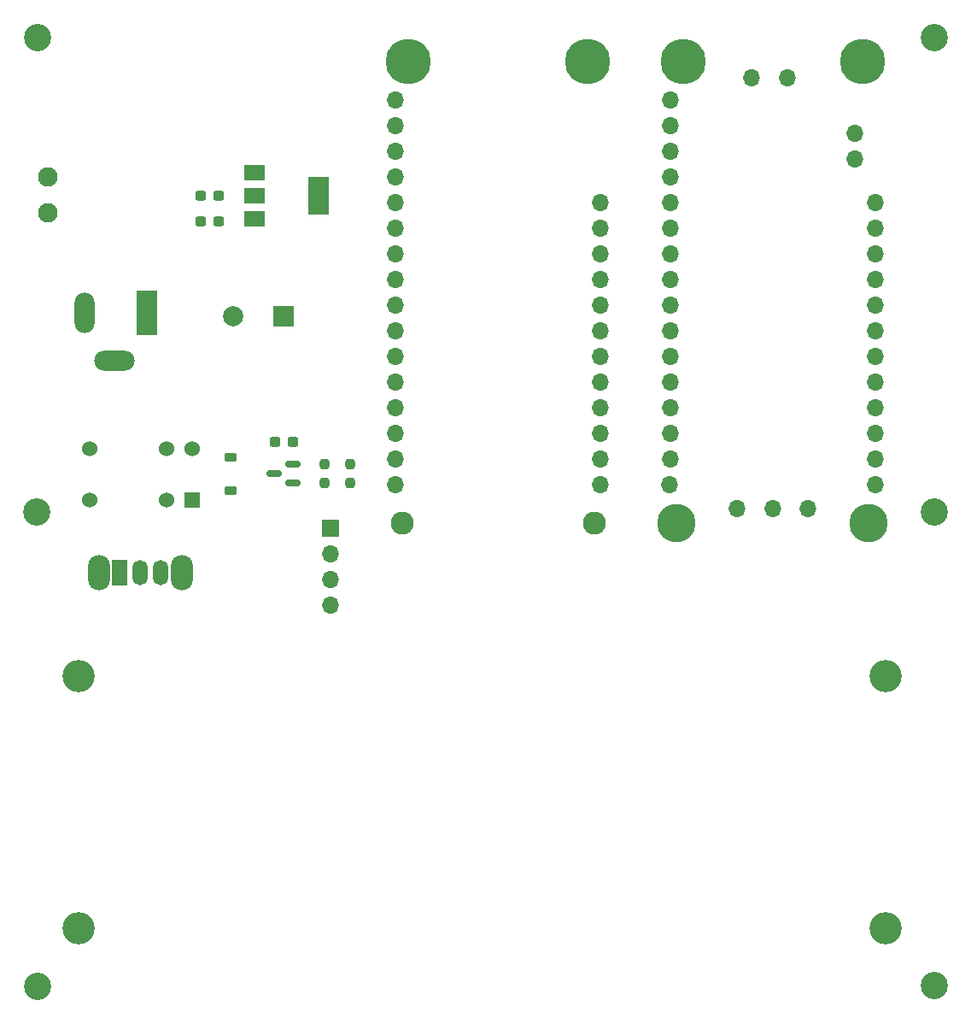
<source format=gts>
G04 #@! TF.GenerationSoftware,KiCad,Pcbnew,7.0.1*
G04 #@! TF.CreationDate,2023-05-15T21:33:36-05:00*
G04 #@! TF.ProjectId,MiniSSO-Tester,4d696e69-5353-44f2-9d54-65737465722e,1*
G04 #@! TF.SameCoordinates,Original*
G04 #@! TF.FileFunction,Soldermask,Top*
G04 #@! TF.FilePolarity,Negative*
%FSLAX46Y46*%
G04 Gerber Fmt 4.6, Leading zero omitted, Abs format (unit mm)*
G04 Created by KiCad (PCBNEW 7.0.1) date 2023-05-15 21:33:36*
%MOMM*%
%LPD*%
G01*
G04 APERTURE LIST*
G04 Aperture macros list*
%AMRoundRect*
0 Rectangle with rounded corners*
0 $1 Rounding radius*
0 $2 $3 $4 $5 $6 $7 $8 $9 X,Y pos of 4 corners*
0 Add a 4 corners polygon primitive as box body*
4,1,4,$2,$3,$4,$5,$6,$7,$8,$9,$2,$3,0*
0 Add four circle primitives for the rounded corners*
1,1,$1+$1,$2,$3*
1,1,$1+$1,$4,$5*
1,1,$1+$1,$6,$7*
1,1,$1+$1,$8,$9*
0 Add four rect primitives between the rounded corners*
20,1,$1+$1,$2,$3,$4,$5,0*
20,1,$1+$1,$4,$5,$6,$7,0*
20,1,$1+$1,$6,$7,$8,$9,0*
20,1,$1+$1,$8,$9,$2,$3,0*%
G04 Aperture macros list end*
%ADD10C,3.200000*%
%ADD11R,1.700000X1.700000*%
%ADD12O,1.700000X1.700000*%
%ADD13RoundRect,0.237500X0.300000X0.237500X-0.300000X0.237500X-0.300000X-0.237500X0.300000X-0.237500X0*%
%ADD14C,2.700000*%
%ADD15RoundRect,0.237500X-0.300000X-0.237500X0.300000X-0.237500X0.300000X0.237500X-0.300000X0.237500X0*%
%ADD16RoundRect,0.237500X-0.237500X0.250000X-0.237500X-0.250000X0.237500X-0.250000X0.237500X0.250000X0*%
%ADD17RoundRect,0.225000X0.375000X-0.225000X0.375000X0.225000X-0.375000X0.225000X-0.375000X-0.225000X0*%
%ADD18C,1.950000*%
%ADD19R,1.524000X1.524000*%
%ADD20C,1.524000*%
%ADD21O,2.200000X3.500000*%
%ADD22R,1.500000X2.500000*%
%ADD23O,1.500000X2.500000*%
%ADD24R,2.000000X1.500000*%
%ADD25R,2.000000X3.800000*%
%ADD26R,2.000000X2.000000*%
%ADD27C,2.000000*%
%ADD28C,2.286000*%
%ADD29C,4.500000*%
%ADD30RoundRect,0.150000X0.587500X0.150000X-0.587500X0.150000X-0.587500X-0.150000X0.587500X-0.150000X0*%
%ADD31C,3.810000*%
%ADD32R,2.000000X4.500000*%
%ADD33O,2.000000X4.000000*%
%ADD34O,4.000000X2.000000*%
%ADD35RoundRect,0.237500X0.237500X-0.250000X0.237500X0.250000X-0.237500X0.250000X-0.237500X-0.250000X0*%
G04 APERTURE END LIST*
D10*
X59850000Y-126050000D03*
X59850000Y-151050000D03*
X139850000Y-126050000D03*
X139850000Y-151050000D03*
D11*
X84800000Y-111430000D03*
D12*
X84800000Y-113970000D03*
X84800000Y-116510000D03*
X84800000Y-119050000D03*
D13*
X73692500Y-81040000D03*
X71967500Y-81040000D03*
D14*
X55750000Y-62800000D03*
D15*
X79337500Y-102900000D03*
X81062500Y-102900000D03*
D16*
X86790000Y-105100000D03*
X86790000Y-106925000D03*
D14*
X55700000Y-109800000D03*
D17*
X74915000Y-107695000D03*
X74915000Y-104395000D03*
D14*
X55750000Y-156750000D03*
X144700000Y-62800000D03*
D18*
X56800000Y-80150000D03*
X56800000Y-76650000D03*
D19*
X71105000Y-108585000D03*
D20*
X71105000Y-103505000D03*
X68565000Y-108585000D03*
X68565000Y-103505000D03*
X60945000Y-108585000D03*
X60945000Y-103505000D03*
D21*
X61850000Y-115850000D03*
X70050000Y-115850000D03*
D22*
X63950000Y-115850000D03*
D23*
X65950000Y-115850000D03*
X67950000Y-115850000D03*
D24*
X77300000Y-76200000D03*
X77300000Y-78500000D03*
D25*
X83600000Y-78500000D03*
D24*
X77300000Y-80800000D03*
D26*
X80200000Y-90450000D03*
D27*
X75200000Y-90450000D03*
D28*
X110993000Y-110922200D03*
X91943000Y-110922200D03*
D12*
X91290800Y-69000000D03*
X91290800Y-71540000D03*
X91290800Y-74080000D03*
X91290800Y-76620000D03*
X91290800Y-79160000D03*
X91290800Y-81700000D03*
X91290800Y-84240000D03*
X91290800Y-86780000D03*
X91290800Y-89320000D03*
X91290800Y-91860000D03*
X91290800Y-94400000D03*
X91290800Y-96940000D03*
X91290800Y-99480000D03*
X91290800Y-102020000D03*
X91290800Y-104560000D03*
X91265400Y-107100000D03*
X111610800Y-107100000D03*
X111610800Y-104560000D03*
X111610800Y-102020000D03*
X111610800Y-99480000D03*
X111610800Y-96940000D03*
X111610800Y-94400000D03*
X111610800Y-91860000D03*
X111610800Y-89320000D03*
X111610800Y-86780000D03*
X111610800Y-84240000D03*
X111610800Y-81700000D03*
X111610800Y-79160000D03*
D29*
X92543000Y-65172200D03*
X110343000Y-65172200D03*
D30*
X81100000Y-106950000D03*
X81100000Y-105050000D03*
X79225000Y-106000000D03*
D12*
X118490800Y-69000000D03*
X118490800Y-71540000D03*
X118490800Y-74080000D03*
X118490800Y-76620000D03*
X118490800Y-79160000D03*
X118490800Y-81700000D03*
X118490800Y-84240000D03*
X118490800Y-86780000D03*
X118490800Y-89320000D03*
X118490800Y-91860000D03*
X118490800Y-94400000D03*
X118490800Y-96940000D03*
X118490800Y-99480000D03*
X118490800Y-102020000D03*
X118490800Y-104560000D03*
X118465400Y-107100000D03*
X138810800Y-107100000D03*
X138810800Y-104560000D03*
X138810800Y-102020000D03*
X138810800Y-99480000D03*
X138810800Y-96940000D03*
X138810800Y-94400000D03*
X138810800Y-91860000D03*
X138810800Y-89320000D03*
X138810800Y-86780000D03*
X138810800Y-84240000D03*
X138810800Y-81700000D03*
X138810800Y-79160000D03*
X136795200Y-74847600D03*
X136795200Y-72307600D03*
X130105200Y-66767600D03*
X126605200Y-66767600D03*
X125145200Y-109497600D03*
X128645200Y-109497600D03*
X132145200Y-109497600D03*
D29*
X119760800Y-65190000D03*
X137540800Y-65190000D03*
D31*
X119125800Y-110910000D03*
X138175800Y-110910000D03*
D14*
X144700000Y-109800000D03*
D32*
X66600000Y-90100000D03*
D33*
X60400000Y-90100000D03*
D34*
X63400000Y-94800000D03*
D13*
X73692500Y-78500000D03*
X71967500Y-78500000D03*
D35*
X84250000Y-106925000D03*
X84250000Y-105100000D03*
D14*
X144700000Y-156700000D03*
M02*

</source>
